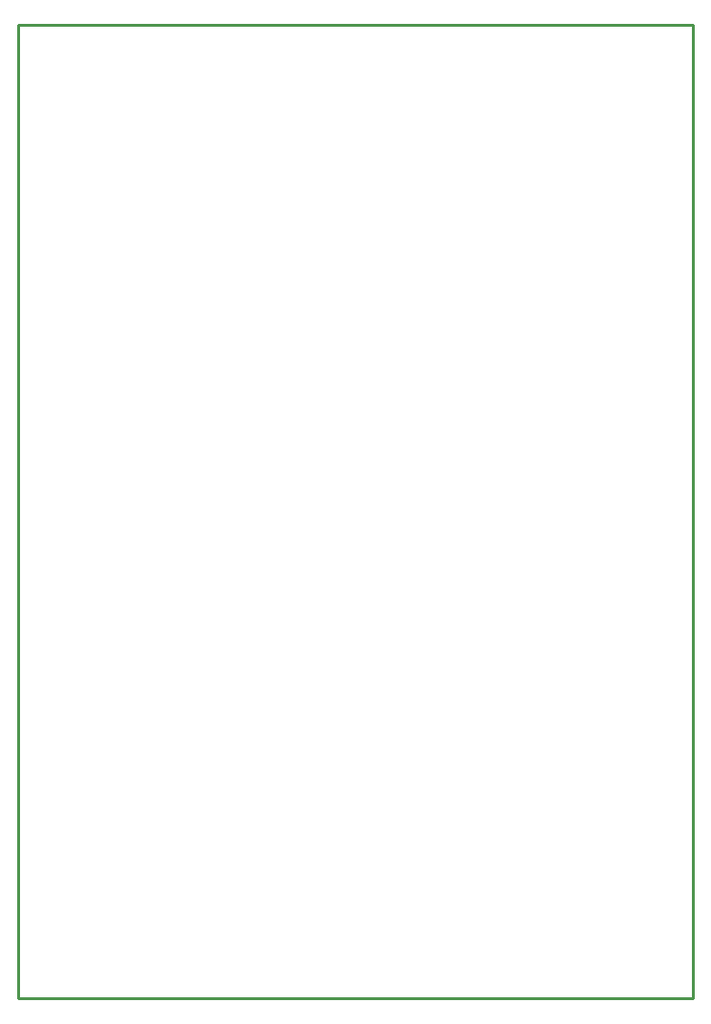
<source format=gko>
%FSTAX23Y23*%
%MOIN*%
%SFA1B1*%

%IPPOS*%
%ADD75C,0.010000*%
%LNninja_3_2_pcb-1*%
%LPD*%
G54D75*
X-00015Y03245D02*
X0234D01*
Y-0015D02*
Y03245D01*
X-00015Y-0015D02*
X0234D01*
X-00015D02*
Y03245D01*
M02*
</source>
